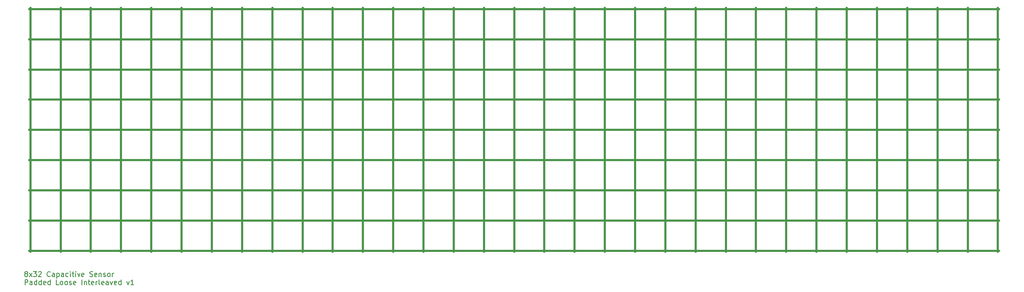
<source format=gto>
G04 #@! TF.GenerationSoftware,KiCad,Pcbnew,6.0.8+dfsg-1~bpo11+1*
G04 #@! TF.CreationDate,2023-06-19T10:01:29-04:00*
G04 #@! TF.ProjectId,08_padded_interleaved_loose,30385f70-6164-4646-9564-5f696e746572,rev?*
G04 #@! TF.SameCoordinates,Original*
G04 #@! TF.FileFunction,Legend,Top*
G04 #@! TF.FilePolarity,Positive*
%FSLAX46Y46*%
G04 Gerber Fmt 4.6, Leading zero omitted, Abs format (unit mm)*
G04 Created by KiCad (PCBNEW 6.0.8+dfsg-1~bpo11+1) date 2023-06-19 10:01:29*
%MOMM*%
%LPD*%
G01*
G04 APERTURE LIST*
%ADD10C,0.150000*%
%ADD11C,0.400000*%
G04 APERTURE END LIST*
D10*
X62253452Y-108650952D02*
X62158214Y-108603333D01*
X62110595Y-108555714D01*
X62062976Y-108460476D01*
X62062976Y-108412857D01*
X62110595Y-108317619D01*
X62158214Y-108270000D01*
X62253452Y-108222380D01*
X62443928Y-108222380D01*
X62539166Y-108270000D01*
X62586785Y-108317619D01*
X62634404Y-108412857D01*
X62634404Y-108460476D01*
X62586785Y-108555714D01*
X62539166Y-108603333D01*
X62443928Y-108650952D01*
X62253452Y-108650952D01*
X62158214Y-108698571D01*
X62110595Y-108746190D01*
X62062976Y-108841428D01*
X62062976Y-109031904D01*
X62110595Y-109127142D01*
X62158214Y-109174761D01*
X62253452Y-109222380D01*
X62443928Y-109222380D01*
X62539166Y-109174761D01*
X62586785Y-109127142D01*
X62634404Y-109031904D01*
X62634404Y-108841428D01*
X62586785Y-108746190D01*
X62539166Y-108698571D01*
X62443928Y-108650952D01*
X62967738Y-109222380D02*
X63491547Y-108555714D01*
X62967738Y-108555714D02*
X63491547Y-109222380D01*
X63777261Y-108222380D02*
X64396309Y-108222380D01*
X64062976Y-108603333D01*
X64205833Y-108603333D01*
X64301071Y-108650952D01*
X64348690Y-108698571D01*
X64396309Y-108793809D01*
X64396309Y-109031904D01*
X64348690Y-109127142D01*
X64301071Y-109174761D01*
X64205833Y-109222380D01*
X63920119Y-109222380D01*
X63824880Y-109174761D01*
X63777261Y-109127142D01*
X64777261Y-108317619D02*
X64824880Y-108270000D01*
X64920119Y-108222380D01*
X65158214Y-108222380D01*
X65253452Y-108270000D01*
X65301071Y-108317619D01*
X65348690Y-108412857D01*
X65348690Y-108508095D01*
X65301071Y-108650952D01*
X64729642Y-109222380D01*
X65348690Y-109222380D01*
X67110595Y-109127142D02*
X67062976Y-109174761D01*
X66920119Y-109222380D01*
X66824880Y-109222380D01*
X66682023Y-109174761D01*
X66586785Y-109079523D01*
X66539166Y-108984285D01*
X66491547Y-108793809D01*
X66491547Y-108650952D01*
X66539166Y-108460476D01*
X66586785Y-108365238D01*
X66682023Y-108270000D01*
X66824880Y-108222380D01*
X66920119Y-108222380D01*
X67062976Y-108270000D01*
X67110595Y-108317619D01*
X67967738Y-109222380D02*
X67967738Y-108698571D01*
X67920119Y-108603333D01*
X67824880Y-108555714D01*
X67634404Y-108555714D01*
X67539166Y-108603333D01*
X67967738Y-109174761D02*
X67872500Y-109222380D01*
X67634404Y-109222380D01*
X67539166Y-109174761D01*
X67491547Y-109079523D01*
X67491547Y-108984285D01*
X67539166Y-108889047D01*
X67634404Y-108841428D01*
X67872500Y-108841428D01*
X67967738Y-108793809D01*
X68443928Y-108555714D02*
X68443928Y-109555714D01*
X68443928Y-108603333D02*
X68539166Y-108555714D01*
X68729642Y-108555714D01*
X68824880Y-108603333D01*
X68872500Y-108650952D01*
X68920119Y-108746190D01*
X68920119Y-109031904D01*
X68872500Y-109127142D01*
X68824880Y-109174761D01*
X68729642Y-109222380D01*
X68539166Y-109222380D01*
X68443928Y-109174761D01*
X69777261Y-109222380D02*
X69777261Y-108698571D01*
X69729642Y-108603333D01*
X69634404Y-108555714D01*
X69443928Y-108555714D01*
X69348690Y-108603333D01*
X69777261Y-109174761D02*
X69682023Y-109222380D01*
X69443928Y-109222380D01*
X69348690Y-109174761D01*
X69301071Y-109079523D01*
X69301071Y-108984285D01*
X69348690Y-108889047D01*
X69443928Y-108841428D01*
X69682023Y-108841428D01*
X69777261Y-108793809D01*
X70682023Y-109174761D02*
X70586785Y-109222380D01*
X70396309Y-109222380D01*
X70301071Y-109174761D01*
X70253452Y-109127142D01*
X70205833Y-109031904D01*
X70205833Y-108746190D01*
X70253452Y-108650952D01*
X70301071Y-108603333D01*
X70396309Y-108555714D01*
X70586785Y-108555714D01*
X70682023Y-108603333D01*
X71110595Y-109222380D02*
X71110595Y-108555714D01*
X71110595Y-108222380D02*
X71062976Y-108270000D01*
X71110595Y-108317619D01*
X71158214Y-108270000D01*
X71110595Y-108222380D01*
X71110595Y-108317619D01*
X71443928Y-108555714D02*
X71824880Y-108555714D01*
X71586785Y-108222380D02*
X71586785Y-109079523D01*
X71634404Y-109174761D01*
X71729642Y-109222380D01*
X71824880Y-109222380D01*
X72158214Y-109222380D02*
X72158214Y-108555714D01*
X72158214Y-108222380D02*
X72110595Y-108270000D01*
X72158214Y-108317619D01*
X72205833Y-108270000D01*
X72158214Y-108222380D01*
X72158214Y-108317619D01*
X72539166Y-108555714D02*
X72777261Y-109222380D01*
X73015357Y-108555714D01*
X73777261Y-109174761D02*
X73682023Y-109222380D01*
X73491547Y-109222380D01*
X73396309Y-109174761D01*
X73348690Y-109079523D01*
X73348690Y-108698571D01*
X73396309Y-108603333D01*
X73491547Y-108555714D01*
X73682023Y-108555714D01*
X73777261Y-108603333D01*
X73824880Y-108698571D01*
X73824880Y-108793809D01*
X73348690Y-108889047D01*
X74967738Y-109174761D02*
X75110595Y-109222380D01*
X75348690Y-109222380D01*
X75443928Y-109174761D01*
X75491547Y-109127142D01*
X75539166Y-109031904D01*
X75539166Y-108936666D01*
X75491547Y-108841428D01*
X75443928Y-108793809D01*
X75348690Y-108746190D01*
X75158214Y-108698571D01*
X75062976Y-108650952D01*
X75015357Y-108603333D01*
X74967738Y-108508095D01*
X74967738Y-108412857D01*
X75015357Y-108317619D01*
X75062976Y-108270000D01*
X75158214Y-108222380D01*
X75396309Y-108222380D01*
X75539166Y-108270000D01*
X76348690Y-109174761D02*
X76253452Y-109222380D01*
X76062976Y-109222380D01*
X75967738Y-109174761D01*
X75920119Y-109079523D01*
X75920119Y-108698571D01*
X75967738Y-108603333D01*
X76062976Y-108555714D01*
X76253452Y-108555714D01*
X76348690Y-108603333D01*
X76396309Y-108698571D01*
X76396309Y-108793809D01*
X75920119Y-108889047D01*
X76824880Y-108555714D02*
X76824880Y-109222380D01*
X76824880Y-108650952D02*
X76872500Y-108603333D01*
X76967738Y-108555714D01*
X77110595Y-108555714D01*
X77205833Y-108603333D01*
X77253452Y-108698571D01*
X77253452Y-109222380D01*
X77682023Y-109174761D02*
X77777261Y-109222380D01*
X77967738Y-109222380D01*
X78062976Y-109174761D01*
X78110595Y-109079523D01*
X78110595Y-109031904D01*
X78062976Y-108936666D01*
X77967738Y-108889047D01*
X77824880Y-108889047D01*
X77729642Y-108841428D01*
X77682023Y-108746190D01*
X77682023Y-108698571D01*
X77729642Y-108603333D01*
X77824880Y-108555714D01*
X77967738Y-108555714D01*
X78062976Y-108603333D01*
X78682023Y-109222380D02*
X78586785Y-109174761D01*
X78539166Y-109127142D01*
X78491547Y-109031904D01*
X78491547Y-108746190D01*
X78539166Y-108650952D01*
X78586785Y-108603333D01*
X78682023Y-108555714D01*
X78824880Y-108555714D01*
X78920119Y-108603333D01*
X78967738Y-108650952D01*
X79015357Y-108746190D01*
X79015357Y-109031904D01*
X78967738Y-109127142D01*
X78920119Y-109174761D01*
X78824880Y-109222380D01*
X78682023Y-109222380D01*
X79443928Y-109222380D02*
X79443928Y-108555714D01*
X79443928Y-108746190D02*
X79491547Y-108650952D01*
X79539166Y-108603333D01*
X79634404Y-108555714D01*
X79729642Y-108555714D01*
X62110595Y-110832380D02*
X62110595Y-109832380D01*
X62491547Y-109832380D01*
X62586785Y-109880000D01*
X62634404Y-109927619D01*
X62682023Y-110022857D01*
X62682023Y-110165714D01*
X62634404Y-110260952D01*
X62586785Y-110308571D01*
X62491547Y-110356190D01*
X62110595Y-110356190D01*
X63539166Y-110832380D02*
X63539166Y-110308571D01*
X63491547Y-110213333D01*
X63396309Y-110165714D01*
X63205833Y-110165714D01*
X63110595Y-110213333D01*
X63539166Y-110784761D02*
X63443928Y-110832380D01*
X63205833Y-110832380D01*
X63110595Y-110784761D01*
X63062976Y-110689523D01*
X63062976Y-110594285D01*
X63110595Y-110499047D01*
X63205833Y-110451428D01*
X63443928Y-110451428D01*
X63539166Y-110403809D01*
X64443928Y-110832380D02*
X64443928Y-109832380D01*
X64443928Y-110784761D02*
X64348690Y-110832380D01*
X64158214Y-110832380D01*
X64062976Y-110784761D01*
X64015357Y-110737142D01*
X63967738Y-110641904D01*
X63967738Y-110356190D01*
X64015357Y-110260952D01*
X64062976Y-110213333D01*
X64158214Y-110165714D01*
X64348690Y-110165714D01*
X64443928Y-110213333D01*
X65348690Y-110832380D02*
X65348690Y-109832380D01*
X65348690Y-110784761D02*
X65253452Y-110832380D01*
X65062976Y-110832380D01*
X64967738Y-110784761D01*
X64920119Y-110737142D01*
X64872500Y-110641904D01*
X64872500Y-110356190D01*
X64920119Y-110260952D01*
X64967738Y-110213333D01*
X65062976Y-110165714D01*
X65253452Y-110165714D01*
X65348690Y-110213333D01*
X66205833Y-110784761D02*
X66110595Y-110832380D01*
X65920119Y-110832380D01*
X65824880Y-110784761D01*
X65777261Y-110689523D01*
X65777261Y-110308571D01*
X65824880Y-110213333D01*
X65920119Y-110165714D01*
X66110595Y-110165714D01*
X66205833Y-110213333D01*
X66253452Y-110308571D01*
X66253452Y-110403809D01*
X65777261Y-110499047D01*
X67110595Y-110832380D02*
X67110595Y-109832380D01*
X67110595Y-110784761D02*
X67015357Y-110832380D01*
X66824880Y-110832380D01*
X66729642Y-110784761D01*
X66682023Y-110737142D01*
X66634404Y-110641904D01*
X66634404Y-110356190D01*
X66682023Y-110260952D01*
X66729642Y-110213333D01*
X66824880Y-110165714D01*
X67015357Y-110165714D01*
X67110595Y-110213333D01*
X68824880Y-110832380D02*
X68348690Y-110832380D01*
X68348690Y-109832380D01*
X69301071Y-110832380D02*
X69205833Y-110784761D01*
X69158214Y-110737142D01*
X69110595Y-110641904D01*
X69110595Y-110356190D01*
X69158214Y-110260952D01*
X69205833Y-110213333D01*
X69301071Y-110165714D01*
X69443928Y-110165714D01*
X69539166Y-110213333D01*
X69586785Y-110260952D01*
X69634404Y-110356190D01*
X69634404Y-110641904D01*
X69586785Y-110737142D01*
X69539166Y-110784761D01*
X69443928Y-110832380D01*
X69301071Y-110832380D01*
X70205833Y-110832380D02*
X70110595Y-110784761D01*
X70062976Y-110737142D01*
X70015357Y-110641904D01*
X70015357Y-110356190D01*
X70062976Y-110260952D01*
X70110595Y-110213333D01*
X70205833Y-110165714D01*
X70348690Y-110165714D01*
X70443928Y-110213333D01*
X70491547Y-110260952D01*
X70539166Y-110356190D01*
X70539166Y-110641904D01*
X70491547Y-110737142D01*
X70443928Y-110784761D01*
X70348690Y-110832380D01*
X70205833Y-110832380D01*
X70920119Y-110784761D02*
X71015357Y-110832380D01*
X71205833Y-110832380D01*
X71301071Y-110784761D01*
X71348690Y-110689523D01*
X71348690Y-110641904D01*
X71301071Y-110546666D01*
X71205833Y-110499047D01*
X71062976Y-110499047D01*
X70967738Y-110451428D01*
X70920119Y-110356190D01*
X70920119Y-110308571D01*
X70967738Y-110213333D01*
X71062976Y-110165714D01*
X71205833Y-110165714D01*
X71301071Y-110213333D01*
X72158214Y-110784761D02*
X72062976Y-110832380D01*
X71872500Y-110832380D01*
X71777261Y-110784761D01*
X71729642Y-110689523D01*
X71729642Y-110308571D01*
X71777261Y-110213333D01*
X71872500Y-110165714D01*
X72062976Y-110165714D01*
X72158214Y-110213333D01*
X72205833Y-110308571D01*
X72205833Y-110403809D01*
X71729642Y-110499047D01*
X73396309Y-110832380D02*
X73396309Y-109832380D01*
X73872500Y-110165714D02*
X73872500Y-110832380D01*
X73872500Y-110260952D02*
X73920119Y-110213333D01*
X74015357Y-110165714D01*
X74158214Y-110165714D01*
X74253452Y-110213333D01*
X74301071Y-110308571D01*
X74301071Y-110832380D01*
X74634404Y-110165714D02*
X75015357Y-110165714D01*
X74777261Y-109832380D02*
X74777261Y-110689523D01*
X74824880Y-110784761D01*
X74920119Y-110832380D01*
X75015357Y-110832380D01*
X75729642Y-110784761D02*
X75634404Y-110832380D01*
X75443928Y-110832380D01*
X75348690Y-110784761D01*
X75301071Y-110689523D01*
X75301071Y-110308571D01*
X75348690Y-110213333D01*
X75443928Y-110165714D01*
X75634404Y-110165714D01*
X75729642Y-110213333D01*
X75777261Y-110308571D01*
X75777261Y-110403809D01*
X75301071Y-110499047D01*
X76205833Y-110832380D02*
X76205833Y-110165714D01*
X76205833Y-110356190D02*
X76253452Y-110260952D01*
X76301071Y-110213333D01*
X76396309Y-110165714D01*
X76491547Y-110165714D01*
X76967738Y-110832380D02*
X76872500Y-110784761D01*
X76824880Y-110689523D01*
X76824880Y-109832380D01*
X77729642Y-110784761D02*
X77634404Y-110832380D01*
X77443928Y-110832380D01*
X77348690Y-110784761D01*
X77301071Y-110689523D01*
X77301071Y-110308571D01*
X77348690Y-110213333D01*
X77443928Y-110165714D01*
X77634404Y-110165714D01*
X77729642Y-110213333D01*
X77777261Y-110308571D01*
X77777261Y-110403809D01*
X77301071Y-110499047D01*
X78634404Y-110832380D02*
X78634404Y-110308571D01*
X78586785Y-110213333D01*
X78491547Y-110165714D01*
X78301071Y-110165714D01*
X78205833Y-110213333D01*
X78634404Y-110784761D02*
X78539166Y-110832380D01*
X78301071Y-110832380D01*
X78205833Y-110784761D01*
X78158214Y-110689523D01*
X78158214Y-110594285D01*
X78205833Y-110499047D01*
X78301071Y-110451428D01*
X78539166Y-110451428D01*
X78634404Y-110403809D01*
X79015357Y-110165714D02*
X79253452Y-110832380D01*
X79491547Y-110165714D01*
X80253452Y-110784761D02*
X80158214Y-110832380D01*
X79967738Y-110832380D01*
X79872500Y-110784761D01*
X79824880Y-110689523D01*
X79824880Y-110308571D01*
X79872500Y-110213333D01*
X79967738Y-110165714D01*
X80158214Y-110165714D01*
X80253452Y-110213333D01*
X80301071Y-110308571D01*
X80301071Y-110403809D01*
X79824880Y-110499047D01*
X81158214Y-110832380D02*
X81158214Y-109832380D01*
X81158214Y-110784761D02*
X81062976Y-110832380D01*
X80872500Y-110832380D01*
X80777261Y-110784761D01*
X80729642Y-110737142D01*
X80682023Y-110641904D01*
X80682023Y-110356190D01*
X80729642Y-110260952D01*
X80777261Y-110213333D01*
X80872500Y-110165714D01*
X81062976Y-110165714D01*
X81158214Y-110213333D01*
X82301071Y-110165714D02*
X82539166Y-110832380D01*
X82777261Y-110165714D01*
X83682023Y-110832380D02*
X83110595Y-110832380D01*
X83396309Y-110832380D02*
X83396309Y-109832380D01*
X83301071Y-109975238D01*
X83205833Y-110070476D01*
X83110595Y-110118095D01*
D11*
X129135000Y-55855000D02*
X129135000Y-104255000D01*
X255135000Y-55855000D02*
X255135000Y-104255000D01*
X62935000Y-86055000D02*
X255335000Y-86055000D01*
X153135000Y-55855000D02*
X153135000Y-104255000D01*
X93135000Y-55855000D02*
X93135000Y-104255000D01*
X63135000Y-55855000D02*
X63135000Y-104255000D01*
X81135000Y-55855000D02*
X81135000Y-104255000D01*
X219135000Y-55855000D02*
X219135000Y-104255000D01*
X87135000Y-55855000D02*
X87135000Y-104255000D01*
X225135000Y-55855000D02*
X225135000Y-104255000D01*
X62935000Y-62055000D02*
X255335000Y-62055000D01*
X62935000Y-98055000D02*
X255335000Y-98055000D01*
X62935000Y-104055000D02*
X255335000Y-104055000D01*
X123135000Y-55855000D02*
X123135000Y-104255000D01*
X171135000Y-55855000D02*
X171135000Y-104255000D01*
X195135000Y-55855000D02*
X195135000Y-104255000D01*
X147135000Y-55855000D02*
X147135000Y-104255000D01*
X231135000Y-55855000D02*
X231135000Y-104255000D01*
X62935000Y-68055000D02*
X255335000Y-68055000D01*
X141135000Y-55855000D02*
X141135000Y-104255000D01*
X135135000Y-55855000D02*
X135135000Y-104255000D01*
X237135000Y-55855000D02*
X237135000Y-104255000D01*
X99135000Y-55855000D02*
X99135000Y-104255000D01*
X177135000Y-55855000D02*
X177135000Y-104255000D01*
X111135000Y-55855000D02*
X111135000Y-104255000D01*
X62935000Y-74055000D02*
X255335000Y-74055000D01*
X69135000Y-55855000D02*
X69135000Y-104255000D01*
X201135000Y-55855000D02*
X201135000Y-104255000D01*
X165135000Y-55855000D02*
X165135000Y-104255000D01*
X159135000Y-55855000D02*
X159135000Y-104255000D01*
X75135000Y-55855000D02*
X75135000Y-104255000D01*
X62935000Y-92055000D02*
X255335000Y-92055000D01*
X249135000Y-55855000D02*
X249135000Y-104255000D01*
X183135000Y-55855000D02*
X183135000Y-104255000D01*
X62935000Y-56055000D02*
X255335000Y-56055000D01*
X243135000Y-55855000D02*
X243135000Y-104255000D01*
X213135000Y-55855000D02*
X213135000Y-104255000D01*
X105135000Y-55855000D02*
X105135000Y-104255000D01*
X189135000Y-55855000D02*
X189135000Y-104255000D01*
X62935000Y-80055000D02*
X255335000Y-80055000D01*
X117135000Y-55855000D02*
X117135000Y-104255000D01*
X207135000Y-55855000D02*
X207135000Y-104255000D01*
%LPC*%
M02*

</source>
